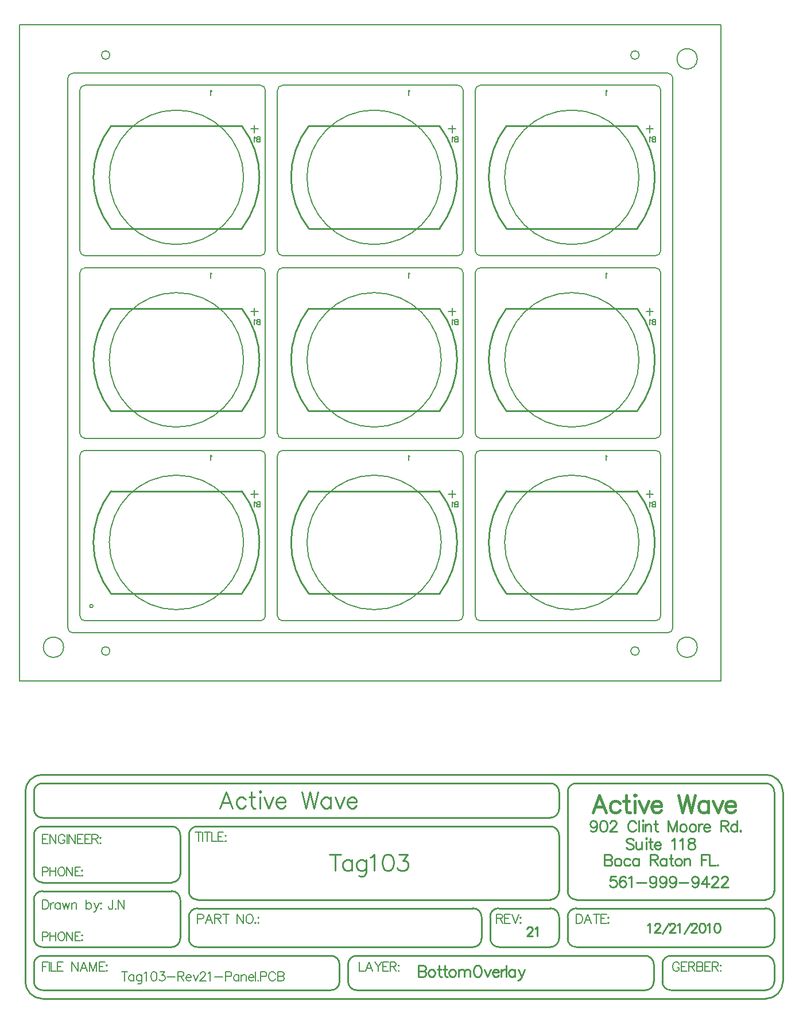
<source format=gbo>
%FSLAX24Y24*%
%MOIN*%
G70*
G01*
G75*
G04 Layer_Color=16777215*
%ADD10C,0.0500*%
%ADD11C,0.0100*%
%ADD12C,0.0150*%
%ADD13R,0.0300X0.0300*%
%ADD14R,0.0740X0.0450*%
%ADD15R,0.0300X0.0300*%
%ADD16O,0.0240X0.0800*%
%ADD17R,0.0360X0.0500*%
%ADD18R,0.0360X0.0360*%
%ADD19R,0.0236X0.1000*%
%ADD20R,0.0236X0.0900*%
%ADD21R,0.0700X0.0236*%
%ADD22R,0.0900X0.0236*%
%ADD23O,0.0160X0.0600*%
%ADD24R,0.0138X0.0354*%
%ADD25R,0.0138X0.0354*%
%ADD26R,0.0236X0.0236*%
%ADD27O,0.0160X0.0600*%
%ADD28R,0.0200X0.0500*%
%ADD29R,0.0748X0.0433*%
%ADD30C,0.0120*%
%ADD31C,0.0080*%
%ADD32C,0.0250*%
%ADD33C,0.0200*%
%ADD34C,0.0120*%
%ADD35C,0.0160*%
%ADD36C,0.0140*%
%ADD37C,0.0260*%
%ADD38C,0.0060*%
%ADD39C,0.0050*%
%ADD40C,0.0090*%
%ADD41C,0.1180*%
%ADD42C,0.0700*%
%ADD43R,0.0500X0.0500*%
%ADD44R,0.0394X0.0433*%
%ADD45C,0.0650*%
%ADD46C,0.0394*%
%ADD47C,0.0200*%
%ADD48R,0.1398X0.1398*%
%ADD49C,0.0300*%
%ADD50R,0.0650X0.0650*%
%ADD51C,0.0098*%
D11*
X19000Y-20860D02*
Y-21500D01*
Y-20860D02*
X19274D01*
X19366Y-20891D01*
X19396Y-20921D01*
X19427Y-20982D01*
Y-21043D01*
X19396Y-21104D01*
X19366Y-21134D01*
X19274Y-21165D01*
X19000D02*
X19274D01*
X19366Y-21195D01*
X19396Y-21226D01*
X19427Y-21287D01*
Y-21378D01*
X19396Y-21439D01*
X19366Y-21470D01*
X19274Y-21500D01*
X19000D01*
X19722Y-21073D02*
X19661Y-21104D01*
X19600Y-21165D01*
X19570Y-21256D01*
Y-21317D01*
X19600Y-21409D01*
X19661Y-21470D01*
X19722Y-21500D01*
X19814D01*
X19874Y-21470D01*
X19935Y-21409D01*
X19966Y-21317D01*
Y-21256D01*
X19935Y-21165D01*
X19874Y-21104D01*
X19814Y-21073D01*
X19722D01*
X20197Y-20860D02*
Y-21378D01*
X20228Y-21470D01*
X20289Y-21500D01*
X20350D01*
X20106Y-21073D02*
X20319D01*
X20533Y-20860D02*
Y-21378D01*
X20563Y-21470D01*
X20624Y-21500D01*
X20685D01*
X20441Y-21073D02*
X20654D01*
X20929D02*
X20868Y-21104D01*
X20807Y-21165D01*
X20776Y-21256D01*
Y-21317D01*
X20807Y-21409D01*
X20868Y-21470D01*
X20929Y-21500D01*
X21020D01*
X21081Y-21470D01*
X21142Y-21409D01*
X21172Y-21317D01*
Y-21256D01*
X21142Y-21165D01*
X21081Y-21104D01*
X21020Y-21073D01*
X20929D01*
X21313D02*
Y-21500D01*
Y-21195D02*
X21404Y-21104D01*
X21465Y-21073D01*
X21556D01*
X21617Y-21104D01*
X21648Y-21195D01*
Y-21500D01*
Y-21195D02*
X21739Y-21104D01*
X21800Y-21073D01*
X21892D01*
X21953Y-21104D01*
X21983Y-21195D01*
Y-21500D01*
X22367Y-20860D02*
X22306Y-20891D01*
X22245Y-20952D01*
X22215Y-21012D01*
X22184Y-21104D01*
Y-21256D01*
X22215Y-21348D01*
X22245Y-21409D01*
X22306Y-21470D01*
X22367Y-21500D01*
X22489D01*
X22550Y-21470D01*
X22611Y-21409D01*
X22641Y-21348D01*
X22672Y-21256D01*
Y-21104D01*
X22641Y-21012D01*
X22611Y-20952D01*
X22550Y-20891D01*
X22489Y-20860D01*
X22367D01*
X22821Y-21073D02*
X23004Y-21500D01*
X23187Y-21073D02*
X23004Y-21500D01*
X23290Y-21256D02*
X23656D01*
Y-21195D01*
X23625Y-21134D01*
X23595Y-21104D01*
X23534Y-21073D01*
X23442D01*
X23382Y-21104D01*
X23321Y-21165D01*
X23290Y-21256D01*
Y-21317D01*
X23321Y-21409D01*
X23382Y-21470D01*
X23442Y-21500D01*
X23534D01*
X23595Y-21470D01*
X23656Y-21409D01*
X23793Y-21073D02*
Y-21500D01*
Y-21256D02*
X23823Y-21165D01*
X23884Y-21104D01*
X23945Y-21073D01*
X24037D01*
X24095Y-20860D02*
Y-21500D01*
X24594Y-21073D02*
Y-21500D01*
Y-21165D02*
X24533Y-21104D01*
X24472Y-21073D01*
X24381D01*
X24320Y-21104D01*
X24259Y-21165D01*
X24229Y-21256D01*
Y-21317D01*
X24259Y-21409D01*
X24320Y-21470D01*
X24381Y-21500D01*
X24472D01*
X24533Y-21470D01*
X24594Y-21409D01*
X24795Y-21073D02*
X24978Y-21500D01*
X25161Y-21073D02*
X24978Y-21500D01*
X24917Y-21622D01*
X24856Y-21683D01*
X24795Y-21713D01*
X24765D01*
X14409Y-20782D02*
G03*
X13909Y-20282I-500J0D01*
G01*
X13921Y-22282D02*
G03*
X14409Y-21785I8J480D01*
G01*
X15409Y-20282D02*
G03*
X14909Y-20782I0J-500D01*
G01*
Y-21782D02*
G03*
X15400Y-22282I500J0D01*
G01*
X32659Y-20782D02*
G03*
X32159Y-20282I-500J0D01*
G01*
X32171Y-22282D02*
G03*
X32659Y-21785I8J480D01*
G01*
X33159Y-21792D02*
G03*
X33658Y-22282I490J0D01*
G01*
X33659Y-20282D02*
G03*
X33159Y-20782I0J-500D01*
G01*
X5159Y-13272D02*
G03*
X4669Y-12782I-490J0D01*
G01*
X4679Y-16032D02*
G03*
X5159Y-15552I0J480D01*
G01*
Y-17022D02*
G03*
X4652Y-16532I-490J0D01*
G01*
X5659Y-16542D02*
G03*
X6149Y-17032I490J0D01*
G01*
X5659Y-19292D02*
G03*
X6149Y-19782I490J0D01*
G01*
X4669D02*
G03*
X5159Y-19292I0J490D01*
G01*
X22659Y-18022D02*
G03*
X22169Y-17532I-490J0D01*
G01*
Y-19782D02*
G03*
X22659Y-19283I0J490D01*
G01*
X23159Y-19272D02*
G03*
X23660Y-19782I510J0D01*
G01*
X23639Y-17532D02*
G03*
X23160Y-18037I0J-480D01*
G01*
X6159Y-17532D02*
G03*
X5659Y-18032I0J-500D01*
G01*
X6159Y-12782D02*
G03*
X5659Y-13282I0J-500D01*
G01*
X-3341Y-19282D02*
G03*
X-2850Y-19782I500J0D01*
G01*
X-2841Y-16532D02*
G03*
X-3341Y-17032I0J-500D01*
G01*
Y-15532D02*
G03*
X-2841Y-16032I500J0D01*
G01*
Y-12782D02*
G03*
X-3341Y-13282I0J-500D01*
G01*
Y-11782D02*
G03*
X-2841Y-12282I500J0D01*
G01*
Y-10282D02*
G03*
X-3341Y-10782I0J-500D01*
G01*
X27159D02*
G03*
X26659Y-10282I-500J0D01*
G01*
X28159D02*
G03*
X27659Y-10782I0J-500D01*
G01*
X26659Y-12282D02*
G03*
X27159Y-11782I0J500D01*
G01*
Y-13282D02*
G03*
X26659Y-12782I-500J0D01*
G01*
X-2841Y-20282D02*
G03*
X-3341Y-20782I0J-500D01*
G01*
X26668Y-17032D02*
G03*
X27159Y-16532I-9J500D01*
G01*
X-3341Y-21782D02*
G03*
X-2850Y-22282I500J0D01*
G01*
X27159Y-18022D02*
G03*
X26669Y-17532I-490J0D01*
G01*
X27659Y-19292D02*
G03*
X28158Y-19782I490J0D01*
G01*
X26659Y-19782D02*
G03*
X27159Y-19282I0J500D01*
G01*
X39159Y-22282D02*
G03*
X39659Y-21782I0J500D01*
G01*
X39659Y-20773D02*
G03*
X39159Y-20282I-500J-9D01*
G01*
Y-19782D02*
G03*
X39659Y-19282I0J500D01*
G01*
Y-10772D02*
G03*
X39152Y-10282I-490J0D01*
G01*
X40159Y-10782D02*
G03*
X39159Y-9782I-1000J0D01*
G01*
Y-22782D02*
G03*
X40159Y-21782I0J1000D01*
G01*
X-3841Y-21772D02*
G03*
X-2848Y-22782I1010J0D01*
G01*
X-2841Y-9782D02*
G03*
X-3841Y-10782I0J-1000D01*
G01*
X27659Y-16532D02*
G03*
X28159Y-17032I500J0D01*
G01*
X39159D02*
G03*
X39659Y-16532I0J500D01*
G01*
X28159Y-17532D02*
G03*
X27659Y-18032I0J-500D01*
G01*
X39659Y-18022D02*
G03*
X39169Y-17532I-490J0D01*
G01*
X15409Y-22282D02*
X32159D01*
X-2841D02*
X13909D01*
X-2841Y-20282D02*
X13909D01*
X15409D02*
X32159D01*
X33659Y-22282D02*
X39159D01*
X33659Y-20282D02*
X39159D01*
X-2841Y-10282D02*
X26659D01*
X-2841Y-22782D02*
X39159D01*
X-2841Y-9782D02*
X39159D01*
X-2841Y-19782D02*
X4659D01*
X-2841Y-16532D02*
X4659D01*
X-2841Y-16032D02*
X4659D01*
X-2841Y-12782D02*
X4659D01*
X-2841Y-12282D02*
X26659D01*
X6159Y-12782D02*
X26659D01*
X6159Y-17532D02*
X22159D01*
X6159Y-19782D02*
X22159D01*
X23659D02*
X26659D01*
X23659Y-17532D02*
X26659D01*
X28159Y-19782D02*
X39159D01*
X28159Y-10282D02*
X39159D01*
X6159Y-17032D02*
X26659D01*
X28159D02*
X39159D01*
X28159Y-17532D02*
X39159D01*
X14409Y-21782D02*
Y-20782D01*
X14909Y-21782D02*
Y-20782D01*
X32659Y-21782D02*
Y-20782D01*
X33159Y-21782D02*
Y-20782D01*
X40159Y-21782D02*
Y-10782D01*
X-3341Y-19282D02*
Y-17032D01*
X5159Y-19282D02*
Y-17032D01*
X-3341Y-15532D02*
Y-13282D01*
X5159Y-15532D02*
Y-13282D01*
X-3341Y-11782D02*
Y-10782D01*
X27159Y-11782D02*
Y-10782D01*
Y-16532D02*
Y-13282D01*
X5659Y-16532D02*
Y-13282D01*
X22659Y-19282D02*
Y-18032D01*
X5659Y-19282D02*
Y-18032D01*
X23159Y-19282D02*
Y-18032D01*
X27159Y-19282D02*
Y-18032D01*
X39659Y-21782D02*
Y-20782D01*
X-3341Y-21782D02*
Y-20782D01*
X-3841Y-21782D02*
Y-10782D01*
X27659Y-16532D02*
Y-10782D01*
X39659Y-16532D02*
Y-10782D01*
X27659Y-19282D02*
Y-18032D01*
X39659Y-19282D02*
Y-18022D01*
X29810Y-14420D02*
Y-15060D01*
Y-14420D02*
X30084D01*
X30176Y-14451D01*
X30206Y-14481D01*
X30237Y-14542D01*
Y-14603D01*
X30206Y-14664D01*
X30176Y-14694D01*
X30084Y-14725D01*
X29810D02*
X30084D01*
X30176Y-14755D01*
X30206Y-14786D01*
X30237Y-14847D01*
Y-14938D01*
X30206Y-14999D01*
X30176Y-15030D01*
X30084Y-15060D01*
X29810D01*
X30532Y-14633D02*
X30471Y-14664D01*
X30410Y-14725D01*
X30380Y-14816D01*
Y-14877D01*
X30410Y-14969D01*
X30471Y-15030D01*
X30532Y-15060D01*
X30624D01*
X30684Y-15030D01*
X30745Y-14969D01*
X30776Y-14877D01*
Y-14816D01*
X30745Y-14725D01*
X30684Y-14664D01*
X30624Y-14633D01*
X30532D01*
X31282Y-14725D02*
X31221Y-14664D01*
X31160Y-14633D01*
X31068D01*
X31007Y-14664D01*
X30947Y-14725D01*
X30916Y-14816D01*
Y-14877D01*
X30947Y-14969D01*
X31007Y-15030D01*
X31068Y-15060D01*
X31160D01*
X31221Y-15030D01*
X31282Y-14969D01*
X31784Y-14633D02*
Y-15060D01*
Y-14725D02*
X31723Y-14664D01*
X31663Y-14633D01*
X31571D01*
X31510Y-14664D01*
X31449Y-14725D01*
X31419Y-14816D01*
Y-14877D01*
X31449Y-14969D01*
X31510Y-15030D01*
X31571Y-15060D01*
X31663D01*
X31723Y-15030D01*
X31784Y-14969D01*
X32458Y-14420D02*
Y-15060D01*
Y-14420D02*
X32732D01*
X32823Y-14451D01*
X32854Y-14481D01*
X32884Y-14542D01*
Y-14603D01*
X32854Y-14664D01*
X32823Y-14694D01*
X32732Y-14725D01*
X32458D01*
X32671D02*
X32884Y-15060D01*
X33393Y-14633D02*
Y-15060D01*
Y-14725D02*
X33332Y-14664D01*
X33271Y-14633D01*
X33180D01*
X33119Y-14664D01*
X33058Y-14725D01*
X33028Y-14816D01*
Y-14877D01*
X33058Y-14969D01*
X33119Y-15030D01*
X33180Y-15060D01*
X33271D01*
X33332Y-15030D01*
X33393Y-14969D01*
X33655Y-14420D02*
Y-14938D01*
X33686Y-15030D01*
X33747Y-15060D01*
X33808D01*
X33564Y-14633D02*
X33777D01*
X34051D02*
X33990Y-14664D01*
X33930Y-14725D01*
X33899Y-14816D01*
Y-14877D01*
X33930Y-14969D01*
X33990Y-15030D01*
X34051Y-15060D01*
X34143D01*
X34204Y-15030D01*
X34265Y-14969D01*
X34295Y-14877D01*
Y-14816D01*
X34265Y-14725D01*
X34204Y-14664D01*
X34143Y-14633D01*
X34051D01*
X34435D02*
Y-15060D01*
Y-14755D02*
X34527Y-14664D01*
X34588Y-14633D01*
X34679D01*
X34740Y-14664D01*
X34770Y-14755D01*
Y-15060D01*
X35441Y-14420D02*
Y-15060D01*
Y-14420D02*
X35837D01*
X35441Y-14725D02*
X35685D01*
X35910Y-14420D02*
Y-15060D01*
X36276D01*
X36376Y-14999D02*
X36346Y-15030D01*
X36376Y-15060D01*
X36407Y-15030D01*
X36376Y-14999D01*
X29346Y-12663D02*
X29316Y-12755D01*
X29255Y-12816D01*
X29163Y-12846D01*
X29133D01*
X29041Y-12816D01*
X28980Y-12755D01*
X28950Y-12663D01*
Y-12633D01*
X28980Y-12542D01*
X29041Y-12481D01*
X29133Y-12450D01*
X29163D01*
X29255Y-12481D01*
X29316Y-12542D01*
X29346Y-12663D01*
Y-12816D01*
X29316Y-12968D01*
X29255Y-13060D01*
X29163Y-13090D01*
X29102D01*
X29011Y-13060D01*
X28980Y-12999D01*
X29703Y-12450D02*
X29611Y-12481D01*
X29550Y-12572D01*
X29520Y-12724D01*
Y-12816D01*
X29550Y-12968D01*
X29611Y-13060D01*
X29703Y-13090D01*
X29764D01*
X29855Y-13060D01*
X29916Y-12968D01*
X29946Y-12816D01*
Y-12724D01*
X29916Y-12572D01*
X29855Y-12481D01*
X29764Y-12450D01*
X29703D01*
X30120Y-12602D02*
Y-12572D01*
X30150Y-12511D01*
X30181Y-12481D01*
X30242Y-12450D01*
X30364D01*
X30425Y-12481D01*
X30455Y-12511D01*
X30486Y-12572D01*
Y-12633D01*
X30455Y-12694D01*
X30394Y-12785D01*
X30090Y-13090D01*
X30516D01*
X31619Y-12602D02*
X31589Y-12542D01*
X31528Y-12481D01*
X31467Y-12450D01*
X31345D01*
X31284Y-12481D01*
X31223Y-12542D01*
X31193Y-12602D01*
X31162Y-12694D01*
Y-12846D01*
X31193Y-12938D01*
X31223Y-12999D01*
X31284Y-13060D01*
X31345Y-13090D01*
X31467D01*
X31528Y-13060D01*
X31589Y-12999D01*
X31619Y-12938D01*
X31799Y-12450D02*
Y-13090D01*
X31994Y-12450D02*
X32024Y-12481D01*
X32055Y-12450D01*
X32024Y-12420D01*
X31994Y-12450D01*
X32024Y-12663D02*
Y-13090D01*
X32168Y-12663D02*
Y-13090D01*
Y-12785D02*
X32259Y-12694D01*
X32320Y-12663D01*
X32411D01*
X32472Y-12694D01*
X32503Y-12785D01*
Y-13090D01*
X32762Y-12450D02*
Y-12968D01*
X32792Y-13060D01*
X32853Y-13090D01*
X32914D01*
X32670Y-12663D02*
X32884D01*
X33508Y-12450D02*
Y-13090D01*
Y-12450D02*
X33752Y-13090D01*
X33996Y-12450D02*
X33752Y-13090D01*
X33996Y-12450D02*
Y-13090D01*
X34331Y-12663D02*
X34270Y-12694D01*
X34209Y-12755D01*
X34179Y-12846D01*
Y-12907D01*
X34209Y-12999D01*
X34270Y-13060D01*
X34331Y-13090D01*
X34422D01*
X34483Y-13060D01*
X34544Y-12999D01*
X34575Y-12907D01*
Y-12846D01*
X34544Y-12755D01*
X34483Y-12694D01*
X34422Y-12663D01*
X34331D01*
X34867D02*
X34806Y-12694D01*
X34745Y-12755D01*
X34715Y-12846D01*
Y-12907D01*
X34745Y-12999D01*
X34806Y-13060D01*
X34867Y-13090D01*
X34959D01*
X35020Y-13060D01*
X35080Y-12999D01*
X35111Y-12907D01*
Y-12846D01*
X35080Y-12755D01*
X35020Y-12694D01*
X34959Y-12663D01*
X34867D01*
X35251D02*
Y-13090D01*
Y-12846D02*
X35282Y-12755D01*
X35343Y-12694D01*
X35403Y-12663D01*
X35495D01*
X35553Y-12846D02*
X35918D01*
Y-12785D01*
X35888Y-12724D01*
X35857Y-12694D01*
X35797Y-12663D01*
X35705D01*
X35644Y-12694D01*
X35583Y-12755D01*
X35553Y-12846D01*
Y-12907D01*
X35583Y-12999D01*
X35644Y-13060D01*
X35705Y-13090D01*
X35797D01*
X35857Y-13060D01*
X35918Y-12999D01*
X36558Y-12450D02*
Y-13090D01*
Y-12450D02*
X36832D01*
X36924Y-12481D01*
X36954Y-12511D01*
X36985Y-12572D01*
Y-12633D01*
X36954Y-12694D01*
X36924Y-12724D01*
X36832Y-12755D01*
X36558D01*
X36772D02*
X36985Y-13090D01*
X37494Y-12450D02*
Y-13090D01*
Y-12755D02*
X37433Y-12694D01*
X37372Y-12663D01*
X37280D01*
X37219Y-12694D01*
X37159Y-12755D01*
X37128Y-12846D01*
Y-12907D01*
X37159Y-12999D01*
X37219Y-13060D01*
X37280Y-13090D01*
X37372D01*
X37433Y-13060D01*
X37494Y-12999D01*
X37695Y-13029D02*
X37664Y-13060D01*
X37695Y-13090D01*
X37725Y-13060D01*
X37695Y-13029D01*
X30466Y-15670D02*
X30161D01*
X30130Y-15944D01*
X30161Y-15914D01*
X30252Y-15883D01*
X30344D01*
X30435Y-15914D01*
X30496Y-15975D01*
X30527Y-16066D01*
Y-16127D01*
X30496Y-16219D01*
X30435Y-16280D01*
X30344Y-16310D01*
X30252D01*
X30161Y-16280D01*
X30130Y-16249D01*
X30100Y-16188D01*
X31035Y-15762D02*
X31005Y-15701D01*
X30914Y-15670D01*
X30853D01*
X30761Y-15701D01*
X30700Y-15792D01*
X30670Y-15944D01*
Y-16097D01*
X30700Y-16219D01*
X30761Y-16280D01*
X30853Y-16310D01*
X30883D01*
X30974Y-16280D01*
X31035Y-16219D01*
X31066Y-16127D01*
Y-16097D01*
X31035Y-16005D01*
X30974Y-15944D01*
X30883Y-15914D01*
X30853D01*
X30761Y-15944D01*
X30700Y-16005D01*
X30670Y-16097D01*
X31206Y-15792D02*
X31267Y-15762D01*
X31358Y-15670D01*
Y-16310D01*
X31675Y-16036D02*
X32224D01*
X32809Y-15883D02*
X32778Y-15975D01*
X32717Y-16036D01*
X32626Y-16066D01*
X32595D01*
X32504Y-16036D01*
X32443Y-15975D01*
X32413Y-15883D01*
Y-15853D01*
X32443Y-15762D01*
X32504Y-15701D01*
X32595Y-15670D01*
X32626D01*
X32717Y-15701D01*
X32778Y-15762D01*
X32809Y-15883D01*
Y-16036D01*
X32778Y-16188D01*
X32717Y-16280D01*
X32626Y-16310D01*
X32565D01*
X32474Y-16280D01*
X32443Y-16219D01*
X33379Y-15883D02*
X33348Y-15975D01*
X33287Y-16036D01*
X33196Y-16066D01*
X33165D01*
X33074Y-16036D01*
X33013Y-15975D01*
X32982Y-15883D01*
Y-15853D01*
X33013Y-15762D01*
X33074Y-15701D01*
X33165Y-15670D01*
X33196D01*
X33287Y-15701D01*
X33348Y-15762D01*
X33379Y-15883D01*
Y-16036D01*
X33348Y-16188D01*
X33287Y-16280D01*
X33196Y-16310D01*
X33135D01*
X33043Y-16280D01*
X33013Y-16219D01*
X33948Y-15883D02*
X33918Y-15975D01*
X33857Y-16036D01*
X33765Y-16066D01*
X33735D01*
X33644Y-16036D01*
X33583Y-15975D01*
X33552Y-15883D01*
Y-15853D01*
X33583Y-15762D01*
X33644Y-15701D01*
X33735Y-15670D01*
X33765D01*
X33857Y-15701D01*
X33918Y-15762D01*
X33948Y-15883D01*
Y-16036D01*
X33918Y-16188D01*
X33857Y-16280D01*
X33765Y-16310D01*
X33705D01*
X33613Y-16280D01*
X33583Y-16219D01*
X34122Y-16036D02*
X34670D01*
X35255Y-15883D02*
X35225Y-15975D01*
X35164Y-16036D01*
X35073Y-16066D01*
X35042D01*
X34951Y-16036D01*
X34890Y-15975D01*
X34859Y-15883D01*
Y-15853D01*
X34890Y-15762D01*
X34951Y-15701D01*
X35042Y-15670D01*
X35073D01*
X35164Y-15701D01*
X35225Y-15762D01*
X35255Y-15883D01*
Y-16036D01*
X35225Y-16188D01*
X35164Y-16280D01*
X35073Y-16310D01*
X35012D01*
X34920Y-16280D01*
X34890Y-16219D01*
X35734Y-15670D02*
X35429Y-16097D01*
X35886D01*
X35734Y-15670D02*
Y-16310D01*
X36029Y-15822D02*
Y-15792D01*
X36060Y-15731D01*
X36090Y-15701D01*
X36151Y-15670D01*
X36273D01*
X36334Y-15701D01*
X36365Y-15731D01*
X36395Y-15792D01*
Y-15853D01*
X36365Y-15914D01*
X36304Y-16005D01*
X35999Y-16310D01*
X36425D01*
X36599Y-15822D02*
Y-15792D01*
X36630Y-15731D01*
X36660Y-15701D01*
X36721Y-15670D01*
X36843D01*
X36904Y-15701D01*
X36934Y-15731D01*
X36965Y-15792D01*
Y-15853D01*
X36934Y-15914D01*
X36873Y-16005D01*
X36569Y-16310D01*
X36995D01*
X31487Y-13572D02*
X31426Y-13511D01*
X31334Y-13480D01*
X31212D01*
X31121Y-13511D01*
X31060Y-13572D01*
Y-13632D01*
X31090Y-13693D01*
X31121Y-13724D01*
X31182Y-13754D01*
X31365Y-13815D01*
X31426Y-13846D01*
X31456Y-13876D01*
X31487Y-13937D01*
Y-14029D01*
X31426Y-14090D01*
X31334Y-14120D01*
X31212D01*
X31121Y-14090D01*
X31060Y-14029D01*
X31630Y-13693D02*
Y-13998D01*
X31660Y-14090D01*
X31721Y-14120D01*
X31813D01*
X31874Y-14090D01*
X31965Y-13998D01*
Y-13693D02*
Y-14120D01*
X32193Y-13480D02*
X32224Y-13511D01*
X32254Y-13480D01*
X32224Y-13450D01*
X32193Y-13480D01*
X32224Y-13693D02*
Y-14120D01*
X32459Y-13480D02*
Y-13998D01*
X32489Y-14090D01*
X32550Y-14120D01*
X32611D01*
X32367Y-13693D02*
X32580D01*
X32702Y-13876D02*
X33068D01*
Y-13815D01*
X33037Y-13754D01*
X33007Y-13724D01*
X32946Y-13693D01*
X32855D01*
X32794Y-13724D01*
X32733Y-13785D01*
X32702Y-13876D01*
Y-13937D01*
X32733Y-14029D01*
X32794Y-14090D01*
X32855Y-14120D01*
X32946D01*
X33007Y-14090D01*
X33068Y-14029D01*
X33708Y-13602D02*
X33769Y-13572D01*
X33860Y-13480D01*
Y-14120D01*
X34177Y-13602D02*
X34238Y-13572D01*
X34329Y-13480D01*
Y-14120D01*
X34799Y-13480D02*
X34707Y-13511D01*
X34677Y-13572D01*
Y-13632D01*
X34707Y-13693D01*
X34768Y-13724D01*
X34890Y-13754D01*
X34981Y-13785D01*
X35042Y-13846D01*
X35073Y-13907D01*
Y-13998D01*
X35042Y-14059D01*
X35012Y-14090D01*
X34920Y-14120D01*
X34799D01*
X34707Y-14090D01*
X34677Y-14059D01*
X34646Y-13998D01*
Y-13907D01*
X34677Y-13846D01*
X34738Y-13785D01*
X34829Y-13754D01*
X34951Y-13724D01*
X35012Y-13693D01*
X35042Y-13632D01*
Y-13572D01*
X35012Y-13511D01*
X34920Y-13480D01*
X34799D01*
D12*
X29892Y-11980D02*
X29511Y-10980D01*
X29130Y-11980D01*
X29273Y-11647D02*
X29749D01*
X30696Y-11456D02*
X30601Y-11361D01*
X30506Y-11313D01*
X30363D01*
X30268Y-11361D01*
X30173Y-11456D01*
X30125Y-11599D01*
Y-11694D01*
X30173Y-11837D01*
X30268Y-11932D01*
X30363Y-11980D01*
X30506D01*
X30601Y-11932D01*
X30696Y-11837D01*
X31053Y-10980D02*
Y-11790D01*
X31101Y-11932D01*
X31196Y-11980D01*
X31291D01*
X30911Y-11313D02*
X31244D01*
X31529Y-10980D02*
X31577Y-11028D01*
X31625Y-10980D01*
X31577Y-10933D01*
X31529Y-10980D01*
X31577Y-11313D02*
Y-11980D01*
X31801Y-11313D02*
X32087Y-11980D01*
X32372Y-11313D02*
X32087Y-11980D01*
X32534Y-11599D02*
X33105D01*
Y-11504D01*
X33058Y-11409D01*
X33010Y-11361D01*
X32915Y-11313D01*
X32772D01*
X32677Y-11361D01*
X32582Y-11456D01*
X32534Y-11599D01*
Y-11694D01*
X32582Y-11837D01*
X32677Y-11932D01*
X32772Y-11980D01*
X32915D01*
X33010Y-11932D01*
X33105Y-11837D01*
X34105Y-10980D02*
X34343Y-11980D01*
X34581Y-10980D02*
X34343Y-11980D01*
X34581Y-10980D02*
X34819Y-11980D01*
X35057Y-10980D02*
X34819Y-11980D01*
X35829Y-11313D02*
Y-11980D01*
Y-11456D02*
X35733Y-11361D01*
X35638Y-11313D01*
X35495D01*
X35400Y-11361D01*
X35305Y-11456D01*
X35257Y-11599D01*
Y-11694D01*
X35305Y-11837D01*
X35400Y-11932D01*
X35495Y-11980D01*
X35638D01*
X35733Y-11932D01*
X35829Y-11837D01*
X36095Y-11313D02*
X36381Y-11980D01*
X36666Y-11313D02*
X36381Y-11980D01*
X36828Y-11599D02*
X37400D01*
Y-11504D01*
X37352Y-11409D01*
X37304Y-11361D01*
X37209Y-11313D01*
X37066D01*
X36971Y-11361D01*
X36876Y-11456D01*
X36828Y-11599D01*
Y-11694D01*
X36876Y-11837D01*
X36971Y-11932D01*
X37066Y-11980D01*
X37209D01*
X37304Y-11932D01*
X37400Y-11837D01*
D31*
X9466Y6708D02*
Y6280D01*
X9680Y6494D02*
X9252D01*
X20946Y6708D02*
Y6280D01*
X21160Y6494D02*
X20732D01*
X32426Y6708D02*
Y6280D01*
X32640Y6494D02*
X32212D01*
X9466Y17298D02*
Y16870D01*
X9680Y17084D02*
X9252D01*
X20946Y17298D02*
Y16870D01*
X21160Y17084D02*
X20732D01*
X32426Y17298D02*
Y16870D01*
X32640Y17084D02*
X32212D01*
X9466Y27888D02*
Y27460D01*
X9680Y27674D02*
X9252D01*
X20946Y27888D02*
Y27460D01*
X21160Y27674D02*
X20732D01*
X32426Y27888D02*
Y27460D01*
X32640Y27674D02*
X32212D01*
X-370Y9030D02*
G03*
X-670Y8730I0J-300D01*
G01*
X10110D02*
G03*
X9810Y9030I-300J0D01*
G01*
Y-860D02*
G03*
X10110Y-560I0J300D01*
G01*
X-670D02*
G03*
X-370Y-860I300J0D01*
G01*
X-670Y-560D02*
Y8730D01*
X-370Y9030D02*
X9810D01*
X10110Y-560D02*
Y8730D01*
X-370Y-860D02*
X9810D01*
X11110Y9030D02*
G03*
X10810Y8730I0J-300D01*
G01*
X21590D02*
G03*
X21290Y9030I-300J0D01*
G01*
Y-860D02*
G03*
X21590Y-560I0J300D01*
G01*
X10810D02*
G03*
X11110Y-860I300J0D01*
G01*
X10810Y-560D02*
Y8730D01*
X11110Y9030D02*
X21290D01*
X21590Y-560D02*
Y8730D01*
X11110Y-860D02*
X21290D01*
X22590Y9030D02*
G03*
X22290Y8730I0J-300D01*
G01*
X33070D02*
G03*
X32770Y9030I-300J0D01*
G01*
Y-860D02*
G03*
X33070Y-560I0J300D01*
G01*
X22290D02*
G03*
X22590Y-860I300J0D01*
G01*
X22290Y-560D02*
Y8730D01*
X22590Y9030D02*
X32770D01*
X33070Y-560D02*
Y8730D01*
X22590Y-860D02*
X32770D01*
X-370Y19620D02*
G03*
X-670Y19320I0J-300D01*
G01*
X10110D02*
G03*
X9810Y19620I-300J0D01*
G01*
Y9730D02*
G03*
X10110Y10030I0J300D01*
G01*
X-670D02*
G03*
X-370Y9730I300J0D01*
G01*
X-670Y10030D02*
Y19320D01*
X-370Y19620D02*
X9810D01*
X10110Y10030D02*
Y19320D01*
X-370Y9730D02*
X9810D01*
X11110Y19620D02*
G03*
X10810Y19320I0J-300D01*
G01*
X21590D02*
G03*
X21290Y19620I-300J0D01*
G01*
Y9730D02*
G03*
X21590Y10030I0J300D01*
G01*
X10810D02*
G03*
X11110Y9730I300J0D01*
G01*
X10810Y10030D02*
Y19320D01*
X11110Y19620D02*
X21290D01*
X21590Y10030D02*
Y19320D01*
X11110Y9730D02*
X21290D01*
X22590Y19620D02*
G03*
X22290Y19320I0J-300D01*
G01*
X33070D02*
G03*
X32770Y19620I-300J0D01*
G01*
Y9730D02*
G03*
X33070Y10030I0J300D01*
G01*
X22290D02*
G03*
X22590Y9730I300J0D01*
G01*
X22290Y10030D02*
Y19320D01*
X22590Y19620D02*
X32770D01*
X33070Y10030D02*
Y19320D01*
X22590Y9730D02*
X32770D01*
X-370Y30210D02*
G03*
X-670Y29910I0J-300D01*
G01*
X10110D02*
G03*
X9810Y30210I-300J0D01*
G01*
Y20320D02*
G03*
X10110Y20620I0J300D01*
G01*
X-670D02*
G03*
X-370Y20320I300J0D01*
G01*
X-670Y20620D02*
Y29910D01*
X-370Y30210D02*
X9810D01*
X10110Y20620D02*
Y29910D01*
X-370Y20320D02*
X9810D01*
X11110Y30210D02*
G03*
X10810Y29910I0J-300D01*
G01*
X21590D02*
G03*
X21290Y30210I-300J0D01*
G01*
Y20320D02*
G03*
X21590Y20620I0J300D01*
G01*
X10810D02*
G03*
X11110Y20320I300J0D01*
G01*
X10810Y20620D02*
Y29910D01*
X11110Y30210D02*
X21290D01*
X21590Y20620D02*
Y29910D01*
X11110Y20320D02*
X21290D01*
X22590Y30210D02*
G03*
X22290Y29910I0J-300D01*
G01*
X33070D02*
G03*
X32770Y30210I-300J0D01*
G01*
Y20320D02*
G03*
X33070Y20620I0J300D01*
G01*
X22290D02*
G03*
X22590Y20320I300J0D01*
G01*
X22290Y20620D02*
Y29910D01*
X22590Y30210D02*
X32770D01*
X33070Y20620D02*
Y29910D01*
X22590Y20320D02*
X32770D01*
X1243Y-17059D02*
Y-17465D01*
X1217Y-17542D01*
X1192Y-17567D01*
X1141Y-17592D01*
X1090D01*
X1040Y-17567D01*
X1014Y-17542D01*
X989Y-17465D01*
Y-17415D01*
X1405Y-17542D02*
X1380Y-17567D01*
X1405Y-17592D01*
X1431Y-17567D01*
X1405Y-17542D01*
X1547Y-17059D02*
Y-17592D01*
Y-17059D02*
X1903Y-17592D01*
Y-17059D02*
Y-17592D01*
D38*
X9810Y6040D02*
Y5740D01*
Y6040D02*
X9681D01*
X9639Y6026D01*
X9624Y6011D01*
X9610Y5983D01*
Y5954D01*
X9624Y5926D01*
X9639Y5911D01*
X9681Y5897D01*
X9810D02*
X9681D01*
X9639Y5883D01*
X9624Y5869D01*
X9610Y5840D01*
Y5797D01*
X9624Y5769D01*
X9639Y5754D01*
X9681Y5740D01*
X9810D01*
X9543Y5983D02*
X9514Y5997D01*
X9471Y6040D01*
Y5740D01*
X7010Y8683D02*
X6981Y8697D01*
X6939Y8740D01*
Y8440D01*
X21290Y6040D02*
Y5740D01*
Y6040D02*
X21161D01*
X21119Y6026D01*
X21104Y6011D01*
X21090Y5983D01*
Y5954D01*
X21104Y5926D01*
X21119Y5911D01*
X21161Y5897D01*
X21290D02*
X21161D01*
X21119Y5883D01*
X21104Y5869D01*
X21090Y5840D01*
Y5797D01*
X21104Y5769D01*
X21119Y5754D01*
X21161Y5740D01*
X21290D01*
X21023Y5983D02*
X20994Y5997D01*
X20951Y6040D01*
Y5740D01*
X18490Y8683D02*
X18461Y8697D01*
X18419Y8740D01*
Y8440D01*
X32770Y6040D02*
Y5740D01*
Y6040D02*
X32641D01*
X32599Y6026D01*
X32584Y6011D01*
X32570Y5983D01*
Y5954D01*
X32584Y5926D01*
X32599Y5911D01*
X32641Y5897D01*
X32770D02*
X32641D01*
X32599Y5883D01*
X32584Y5869D01*
X32570Y5840D01*
Y5797D01*
X32584Y5769D01*
X32599Y5754D01*
X32641Y5740D01*
X32770D01*
X32503Y5983D02*
X32474Y5997D01*
X32431Y6040D01*
Y5740D01*
X29970Y8683D02*
X29941Y8697D01*
X29899Y8740D01*
Y8440D01*
X9810Y16630D02*
Y16330D01*
Y16630D02*
X9681D01*
X9639Y16616D01*
X9624Y16601D01*
X9610Y16573D01*
Y16544D01*
X9624Y16516D01*
X9639Y16501D01*
X9681Y16487D01*
X9810D02*
X9681D01*
X9639Y16473D01*
X9624Y16459D01*
X9610Y16430D01*
Y16387D01*
X9624Y16359D01*
X9639Y16344D01*
X9681Y16330D01*
X9810D01*
X9543Y16573D02*
X9514Y16587D01*
X9471Y16630D01*
Y16330D01*
X7010Y19273D02*
X6981Y19287D01*
X6939Y19330D01*
Y19030D01*
X21290Y16630D02*
Y16330D01*
Y16630D02*
X21161D01*
X21119Y16616D01*
X21104Y16601D01*
X21090Y16573D01*
Y16544D01*
X21104Y16516D01*
X21119Y16501D01*
X21161Y16487D01*
X21290D02*
X21161D01*
X21119Y16473D01*
X21104Y16459D01*
X21090Y16430D01*
Y16387D01*
X21104Y16359D01*
X21119Y16344D01*
X21161Y16330D01*
X21290D01*
X21023Y16573D02*
X20994Y16587D01*
X20951Y16630D01*
Y16330D01*
X18490Y19273D02*
X18461Y19287D01*
X18419Y19330D01*
Y19030D01*
X32770Y16630D02*
Y16330D01*
Y16630D02*
X32641D01*
X32599Y16616D01*
X32584Y16601D01*
X32570Y16573D01*
Y16544D01*
X32584Y16516D01*
X32599Y16501D01*
X32641Y16487D01*
X32770D02*
X32641D01*
X32599Y16473D01*
X32584Y16459D01*
X32570Y16430D01*
Y16387D01*
X32584Y16359D01*
X32599Y16344D01*
X32641Y16330D01*
X32770D01*
X32503Y16573D02*
X32474Y16587D01*
X32431Y16630D01*
Y16330D01*
X29970Y19273D02*
X29941Y19287D01*
X29899Y19330D01*
Y19030D01*
X9810Y27220D02*
Y26920D01*
Y27220D02*
X9681D01*
X9639Y27206D01*
X9624Y27191D01*
X9610Y27163D01*
Y27134D01*
X9624Y27106D01*
X9639Y27091D01*
X9681Y27077D01*
X9810D02*
X9681D01*
X9639Y27063D01*
X9624Y27049D01*
X9610Y27020D01*
Y26977D01*
X9624Y26949D01*
X9639Y26934D01*
X9681Y26920D01*
X9810D01*
X9543Y27163D02*
X9514Y27177D01*
X9471Y27220D01*
Y26920D01*
X7010Y29863D02*
X6981Y29877D01*
X6939Y29920D01*
Y29620D01*
X21290Y27220D02*
Y26920D01*
Y27220D02*
X21161D01*
X21119Y27206D01*
X21104Y27191D01*
X21090Y27163D01*
Y27134D01*
X21104Y27106D01*
X21119Y27091D01*
X21161Y27077D01*
X21290D02*
X21161D01*
X21119Y27063D01*
X21104Y27049D01*
X21090Y27020D01*
Y26977D01*
X21104Y26949D01*
X21119Y26934D01*
X21161Y26920D01*
X21290D01*
X21023Y27163D02*
X20994Y27177D01*
X20951Y27220D01*
Y26920D01*
X18490Y29863D02*
X18461Y29877D01*
X18419Y29920D01*
Y29620D01*
X32770Y27220D02*
Y26920D01*
Y27220D02*
X32641D01*
X32599Y27206D01*
X32584Y27191D01*
X32570Y27163D01*
Y27134D01*
X32584Y27106D01*
X32599Y27091D01*
X32641Y27077D01*
X32770D02*
X32641D01*
X32599Y27063D01*
X32584Y27049D01*
X32570Y27020D01*
Y26977D01*
X32584Y26949D01*
X32599Y26934D01*
X32641Y26920D01*
X32770D01*
X32503Y27163D02*
X32474Y27177D01*
X32431Y27220D01*
Y26920D01*
X29970Y29863D02*
X29941Y29877D01*
X29899Y29920D01*
Y29620D01*
D39*
X8840Y3690D02*
G03*
X8840Y3690I-3900J0D01*
G01*
X20320D02*
G03*
X20320Y3690I-3900J0D01*
G01*
X31800D02*
G03*
X31800Y3690I-3900J0D01*
G01*
X8840Y14280D02*
G03*
X8840Y14280I-3900J0D01*
G01*
X20320D02*
G03*
X20320Y14280I-3900J0D01*
G01*
X31800D02*
G03*
X31800Y14280I-3900J0D01*
G01*
X8840Y24870D02*
G03*
X8840Y24870I-3900J0D01*
G01*
X20320D02*
G03*
X20320Y24870I-3900J0D01*
G01*
X31800D02*
G03*
X31800Y24870I-3900J0D01*
G01*
X11110Y9030D02*
G03*
X10810Y8730I0J-300D01*
G01*
X10110D02*
G03*
X9810Y9030I-300J0D01*
G01*
Y9730D02*
G03*
X10110Y10030I0J300D01*
G01*
X10810D02*
G03*
X11110Y9730I300J0D01*
G01*
X21590Y8730D02*
G03*
X21290Y9030I-300J0D01*
G01*
X22590D02*
G03*
X22290Y8730I0J-300D01*
G01*
Y10030D02*
G03*
X22590Y9730I300J0D01*
G01*
X21290D02*
G03*
X21590Y10030I0J300D01*
G01*
X33070Y8730D02*
G03*
X32770Y9030I-300J0D01*
G01*
Y9730D02*
G03*
X33070Y10030I0J300D01*
G01*
X33470Y-1560D02*
G03*
X33770Y-1260I0J300D01*
G01*
X32770Y-860D02*
G03*
X33070Y-560I0J300D01*
G01*
X22290D02*
G03*
X22590Y-860I300J0D01*
G01*
X21290D02*
G03*
X21590Y-560I0J300D01*
G01*
X10810D02*
G03*
X11110Y-860I300J0D01*
G01*
X9810D02*
G03*
X10110Y-560I0J300D01*
G01*
X-1370Y-1260D02*
G03*
X-1070Y-1560I300J0D01*
G01*
X-670Y-560D02*
G03*
X-370Y-860I300J0D01*
G01*
Y9030D02*
G03*
X-670Y8730I0J-300D01*
G01*
Y10030D02*
G03*
X-370Y9730I300J0D01*
G01*
Y19620D02*
G03*
X-670Y19320I0J-300D01*
G01*
Y20620D02*
G03*
X-370Y20320I300J0D01*
G01*
X22590Y30210D02*
G03*
X22290Y29910I0J-300D01*
G01*
X21590D02*
G03*
X21290Y30210I-300J0D01*
G01*
X33070Y29910D02*
G03*
X32770Y30210I-300J0D01*
G01*
X33770Y30610D02*
G03*
X33470Y30910I-300J0D01*
G01*
X33070Y19320D02*
G03*
X32770Y19620I-300J0D01*
G01*
Y20320D02*
G03*
X33070Y20620I0J300D01*
G01*
X22590Y19620D02*
G03*
X22290Y19320I0J-300D01*
G01*
X21590D02*
G03*
X21290Y19620I-300J0D01*
G01*
Y20320D02*
G03*
X21590Y20620I0J300D01*
G01*
X22290D02*
G03*
X22590Y20320I300J0D01*
G01*
X10110Y19320D02*
G03*
X9810Y19620I-300J0D01*
G01*
X11110D02*
G03*
X10810Y19320I0J-300D01*
G01*
Y20620D02*
G03*
X11110Y20320I300J0D01*
G01*
X9810D02*
G03*
X10110Y20620I0J300D01*
G01*
X11110Y30210D02*
G03*
X10810Y29910I0J-300D01*
G01*
X10110D02*
G03*
X9810Y30210I-300J0D01*
G01*
X-370D02*
G03*
X-670Y29910I0J-300D01*
G01*
X-1070Y30910D02*
G03*
X-1370Y30610I0J-300D01*
G01*
X97Y0D02*
G03*
X97Y0I-97J0D01*
G01*
X31820Y-2610D02*
G03*
X31820Y-2610I-250J0D01*
G01*
X1080D02*
G03*
X1080Y-2610I-250J0D01*
G01*
X31820Y31960D02*
G03*
X31820Y31960I-250J0D01*
G01*
X1080D02*
G03*
X1080Y31960I-250J0D01*
G01*
X35190Y31740D02*
G03*
X35190Y31740I-590J0D01*
G01*
Y-2390D02*
G03*
X35190Y-2390I-590J0D01*
G01*
X-1610D02*
G03*
X-1610Y-2390I-590J0D01*
G01*
X-370Y9030D02*
X9810D01*
X-670Y-560D02*
Y8730D01*
X-370Y9730D02*
X9810D01*
X22590Y-860D02*
X32770D01*
X11110D02*
X21290D01*
X10810Y-560D02*
Y8730D01*
X11110Y9030D02*
X21290D01*
X10110Y-560D02*
Y8730D01*
X11110Y9730D02*
X21290D01*
X22590Y9030D02*
X32770D01*
X21590Y-560D02*
Y8730D01*
X22590Y9730D02*
X32770D01*
X22290Y-560D02*
Y8730D01*
X33070Y10030D02*
Y19320D01*
Y20620D02*
Y29910D01*
X22290Y10030D02*
Y19320D01*
X22590Y19620D02*
X32770D01*
X22590Y20320D02*
X32770D01*
X21590Y10030D02*
Y19320D01*
X10110Y10030D02*
Y19320D01*
X11110Y19620D02*
X21290D01*
X10810Y10030D02*
Y19320D01*
X11110Y30210D02*
X21290D01*
X22290Y20620D02*
Y29910D01*
X21590Y20620D02*
Y29910D01*
X10810Y20620D02*
Y29910D01*
X10110Y20620D02*
Y29910D01*
X-370Y19620D02*
X9810D01*
X-670Y10030D02*
Y19320D01*
X-370Y20320D02*
X9810D01*
X11110D02*
X21290D01*
X-370Y30210D02*
X9810D01*
X33770Y-1260D02*
Y30610D01*
X-1370Y-1260D02*
Y30610D01*
X-1070Y-1560D02*
X33470D01*
X-1070Y30910D02*
X33470D01*
X33070Y-560D02*
Y8730D01*
X22590Y30210D02*
X32770D01*
X-370Y-860D02*
X9810D01*
X-670Y20620D02*
Y29910D01*
X-4170Y-4360D02*
Y33710D01*
X36570D01*
Y-4360D02*
Y33710D01*
X-4170Y-4360D02*
X36570D01*
X34140Y-20776D02*
X34115Y-20725D01*
X34064Y-20674D01*
X34013Y-20649D01*
X33912D01*
X33861Y-20674D01*
X33810Y-20725D01*
X33785Y-20776D01*
X33759Y-20852D01*
Y-20979D01*
X33785Y-21055D01*
X33810Y-21106D01*
X33861Y-21156D01*
X33912Y-21182D01*
X34013D01*
X34064Y-21156D01*
X34115Y-21106D01*
X34140Y-21055D01*
Y-20979D01*
X34013D02*
X34140D01*
X34592Y-20649D02*
X34262D01*
Y-21182D01*
X34592D01*
X34262Y-20902D02*
X34465D01*
X34681Y-20649D02*
Y-21182D01*
Y-20649D02*
X34909D01*
X34986Y-20674D01*
X35011Y-20699D01*
X35036Y-20750D01*
Y-20801D01*
X35011Y-20852D01*
X34986Y-20877D01*
X34909Y-20902D01*
X34681D01*
X34859D02*
X35036Y-21182D01*
X35156Y-20649D02*
Y-21182D01*
Y-20649D02*
X35384D01*
X35460Y-20674D01*
X35486Y-20699D01*
X35511Y-20750D01*
Y-20801D01*
X35486Y-20852D01*
X35460Y-20877D01*
X35384Y-20902D01*
X35156D02*
X35384D01*
X35460Y-20928D01*
X35486Y-20953D01*
X35511Y-21004D01*
Y-21080D01*
X35486Y-21131D01*
X35460Y-21156D01*
X35384Y-21182D01*
X35156D01*
X35961Y-20649D02*
X35631D01*
Y-21182D01*
X35961D01*
X35631Y-20902D02*
X35834D01*
X36050Y-20649D02*
Y-21182D01*
Y-20649D02*
X36278D01*
X36354Y-20674D01*
X36380Y-20699D01*
X36405Y-20750D01*
Y-20801D01*
X36380Y-20852D01*
X36354Y-20877D01*
X36278Y-20902D01*
X36050D01*
X36227D02*
X36405Y-21182D01*
X36550Y-20826D02*
X36524Y-20852D01*
X36550Y-20877D01*
X36575Y-20852D01*
X36550Y-20826D01*
Y-21131D02*
X36524Y-21156D01*
X36550Y-21182D01*
X36575Y-21156D01*
X36550Y-21131D01*
X-2841Y-20649D02*
Y-21182D01*
Y-20649D02*
X-2511D01*
X-2841Y-20902D02*
X-2638D01*
X-2450Y-20649D02*
Y-21182D01*
X-2338Y-20649D02*
Y-21182D01*
X-2033D01*
X-1645Y-20649D02*
X-1975D01*
Y-21182D01*
X-1645D01*
X-1975Y-20902D02*
X-1772D01*
X-1137Y-20649D02*
Y-21182D01*
Y-20649D02*
X-782Y-21182D01*
Y-20649D02*
Y-21182D01*
X-228D02*
X-431Y-20649D01*
X-634Y-21182D01*
X-558Y-21004D02*
X-304D01*
X-104Y-20649D02*
Y-21182D01*
Y-20649D02*
X100Y-21182D01*
X303Y-20649D02*
X100Y-21182D01*
X303Y-20649D02*
Y-21182D01*
X785Y-20649D02*
X455D01*
Y-21182D01*
X785D01*
X455Y-20902D02*
X658D01*
X899Y-20826D02*
X874Y-20852D01*
X899Y-20877D01*
X925Y-20852D01*
X899Y-20826D01*
Y-21131D02*
X874Y-21156D01*
X899Y-21182D01*
X925Y-21156D01*
X899Y-21131D01*
X-2841Y-17049D02*
Y-17582D01*
Y-17049D02*
X-2663D01*
X-2587Y-17074D01*
X-2536Y-17125D01*
X-2511Y-17176D01*
X-2485Y-17252D01*
Y-17379D01*
X-2511Y-17455D01*
X-2536Y-17506D01*
X-2587Y-17556D01*
X-2663Y-17582D01*
X-2841D01*
X-2366Y-17226D02*
Y-17582D01*
Y-17379D02*
X-2341Y-17302D01*
X-2290Y-17252D01*
X-2239Y-17226D01*
X-2163D01*
X-1810D02*
Y-17582D01*
Y-17302D02*
X-1861Y-17252D01*
X-1911Y-17226D01*
X-1988D01*
X-2038Y-17252D01*
X-2089Y-17302D01*
X-2115Y-17379D01*
Y-17429D01*
X-2089Y-17506D01*
X-2038Y-17556D01*
X-1988Y-17582D01*
X-1911D01*
X-1861Y-17556D01*
X-1810Y-17506D01*
X-1668Y-17226D02*
X-1566Y-17582D01*
X-1465Y-17226D02*
X-1566Y-17582D01*
X-1465Y-17226D02*
X-1363Y-17582D01*
X-1261Y-17226D02*
X-1363Y-17582D01*
X-1137Y-17226D02*
Y-17582D01*
Y-17328D02*
X-1061Y-17252D01*
X-1010Y-17226D01*
X-934D01*
X-883Y-17252D01*
X-858Y-17328D01*
Y-17582D01*
X-299Y-17049D02*
Y-17582D01*
Y-17302D02*
X-248Y-17252D01*
X-198Y-17226D01*
X-121D01*
X-71Y-17252D01*
X-20Y-17302D01*
X6Y-17379D01*
Y-17429D01*
X-20Y-17506D01*
X-71Y-17556D01*
X-121Y-17582D01*
X-198D01*
X-248Y-17556D01*
X-299Y-17506D01*
X145Y-17226D02*
X298Y-17582D01*
X450Y-17226D02*
X298Y-17582D01*
X247Y-17683D01*
X196Y-17734D01*
X145Y-17760D01*
X120D01*
X564Y-17226D02*
X539Y-17252D01*
X564Y-17277D01*
X590Y-17252D01*
X564Y-17226D01*
Y-17531D02*
X539Y-17556D01*
X564Y-17582D01*
X590Y-17556D01*
X564Y-17531D01*
X6212Y-13124D02*
Y-13657D01*
X6034Y-13124D02*
X6390D01*
X6453D02*
Y-13657D01*
X6743Y-13124D02*
Y-13657D01*
X6565Y-13124D02*
X6920D01*
X6984D02*
Y-13657D01*
X7289D01*
X7677Y-13124D02*
X7347D01*
Y-13657D01*
X7677D01*
X7347Y-13377D02*
X7550D01*
X7791Y-13301D02*
X7766Y-13327D01*
X7791Y-13352D01*
X7817Y-13327D01*
X7791Y-13301D01*
Y-13606D02*
X7766Y-13631D01*
X7791Y-13657D01*
X7817Y-13631D01*
X7791Y-13606D01*
X6159Y-18153D02*
X6388D01*
X6464Y-18127D01*
X6489Y-18102D01*
X6515Y-18051D01*
Y-17975D01*
X6489Y-17924D01*
X6464Y-17899D01*
X6388Y-17874D01*
X6159D01*
Y-18407D01*
X7040D02*
X6837Y-17874D01*
X6634Y-18407D01*
X6710Y-18229D02*
X6964D01*
X7165Y-17874D02*
Y-18407D01*
Y-17874D02*
X7393D01*
X7469Y-17899D01*
X7495Y-17924D01*
X7520Y-17975D01*
Y-18026D01*
X7495Y-18077D01*
X7469Y-18102D01*
X7393Y-18127D01*
X7165D01*
X7342D02*
X7520Y-18407D01*
X7817Y-17874D02*
Y-18407D01*
X7640Y-17874D02*
X7995D01*
X8477D02*
Y-18407D01*
Y-17874D02*
X8833Y-18407D01*
Y-17874D02*
Y-18407D01*
X9133Y-17874D02*
X9082Y-17899D01*
X9031Y-17950D01*
X9006Y-18001D01*
X8980Y-18077D01*
Y-18204D01*
X9006Y-18280D01*
X9031Y-18331D01*
X9082Y-18381D01*
X9133Y-18407D01*
X9234D01*
X9285Y-18381D01*
X9336Y-18331D01*
X9361Y-18280D01*
X9386Y-18204D01*
Y-18077D01*
X9361Y-18001D01*
X9336Y-17950D01*
X9285Y-17899D01*
X9234Y-17874D01*
X9133D01*
X9536Y-18356D02*
X9511Y-18381D01*
X9536Y-18407D01*
X9562Y-18381D01*
X9536Y-18356D01*
X9704Y-18051D02*
X9678Y-18077D01*
X9704Y-18102D01*
X9729Y-18077D01*
X9704Y-18051D01*
Y-18356D02*
X9678Y-18381D01*
X9704Y-18407D01*
X9729Y-18381D01*
X9704Y-18356D01*
X-2511Y-13249D02*
X-2841D01*
Y-13782D01*
X-2511D01*
X-2841Y-13502D02*
X-2638D01*
X-2422Y-13249D02*
Y-13782D01*
Y-13249D02*
X-2066Y-13782D01*
Y-13249D02*
Y-13782D01*
X-1538Y-13376D02*
X-1564Y-13325D01*
X-1614Y-13274D01*
X-1665Y-13249D01*
X-1767D01*
X-1818Y-13274D01*
X-1868Y-13325D01*
X-1894Y-13376D01*
X-1919Y-13452D01*
Y-13579D01*
X-1894Y-13655D01*
X-1868Y-13706D01*
X-1818Y-13756D01*
X-1767Y-13782D01*
X-1665D01*
X-1614Y-13756D01*
X-1564Y-13706D01*
X-1538Y-13655D01*
Y-13579D01*
X-1665D02*
X-1538D01*
X-1416Y-13249D02*
Y-13782D01*
X-1305Y-13249D02*
Y-13782D01*
Y-13249D02*
X-949Y-13782D01*
Y-13249D02*
Y-13782D01*
X-472Y-13249D02*
X-802D01*
Y-13782D01*
X-472D01*
X-802Y-13502D02*
X-599D01*
X-53Y-13249D02*
X-383D01*
Y-13782D01*
X-53D01*
X-383Y-13502D02*
X-180D01*
X36Y-13249D02*
Y-13782D01*
Y-13249D02*
X265D01*
X341Y-13274D01*
X366Y-13299D01*
X392Y-13350D01*
Y-13401D01*
X366Y-13452D01*
X341Y-13477D01*
X265Y-13502D01*
X36D01*
X214D02*
X392Y-13782D01*
X536Y-13426D02*
X511Y-13452D01*
X536Y-13477D01*
X562Y-13452D01*
X536Y-13426D01*
Y-13731D02*
X511Y-13756D01*
X536Y-13782D01*
X562Y-13756D01*
X536Y-13731D01*
X15559Y-20649D02*
Y-21182D01*
X15864D01*
X16329D02*
X16125Y-20649D01*
X15922Y-21182D01*
X15998Y-21004D02*
X16252D01*
X16453Y-20649D02*
X16656Y-20902D01*
Y-21182D01*
X16859Y-20649D02*
X16656Y-20902D01*
X17258Y-20649D02*
X16928D01*
Y-21182D01*
X17258D01*
X16928Y-20902D02*
X17131D01*
X17347Y-20649D02*
Y-21182D01*
Y-20649D02*
X17575D01*
X17651Y-20674D01*
X17677Y-20699D01*
X17702Y-20750D01*
Y-20801D01*
X17677Y-20852D01*
X17651Y-20877D01*
X17575Y-20902D01*
X17347D01*
X17524D02*
X17702Y-21182D01*
X17847Y-20826D02*
X17822Y-20852D01*
X17847Y-20877D01*
X17872Y-20852D01*
X17847Y-20826D01*
Y-21131D02*
X17822Y-21156D01*
X17847Y-21182D01*
X17872Y-21156D01*
X17847Y-21131D01*
X-2841Y-19169D02*
X-2627D01*
X-2555Y-19145D01*
X-2531Y-19121D01*
X-2508Y-19074D01*
Y-19002D01*
X-2531Y-18954D01*
X-2555Y-18931D01*
X-2627Y-18907D01*
X-2841D01*
Y-19407D01*
X-2396Y-18907D02*
Y-19407D01*
X-2062Y-18907D02*
Y-19407D01*
X-2396Y-19145D02*
X-2062D01*
X-1781Y-18907D02*
X-1829Y-18931D01*
X-1877Y-18978D01*
X-1901Y-19026D01*
X-1924Y-19097D01*
Y-19216D01*
X-1901Y-19288D01*
X-1877Y-19335D01*
X-1829Y-19383D01*
X-1781Y-19407D01*
X-1686D01*
X-1639Y-19383D01*
X-1591Y-19335D01*
X-1567Y-19288D01*
X-1543Y-19216D01*
Y-19097D01*
X-1567Y-19026D01*
X-1591Y-18978D01*
X-1639Y-18931D01*
X-1686Y-18907D01*
X-1781D01*
X-1427D02*
Y-19407D01*
Y-18907D02*
X-1094Y-19407D01*
Y-18907D02*
Y-19407D01*
X-646Y-18907D02*
X-955D01*
Y-19407D01*
X-646D01*
X-955Y-19145D02*
X-765D01*
X-539Y-19074D02*
X-563Y-19097D01*
X-539Y-19121D01*
X-515Y-19097D01*
X-539Y-19074D01*
Y-19359D02*
X-563Y-19383D01*
X-539Y-19407D01*
X-515Y-19383D01*
X-539Y-19359D01*
X-2841Y-15419D02*
X-2627D01*
X-2555Y-15395D01*
X-2531Y-15371D01*
X-2508Y-15324D01*
Y-15252D01*
X-2531Y-15204D01*
X-2555Y-15181D01*
X-2627Y-15157D01*
X-2841D01*
Y-15657D01*
X-2396Y-15157D02*
Y-15657D01*
X-2062Y-15157D02*
Y-15657D01*
X-2396Y-15395D02*
X-2062D01*
X-1781Y-15157D02*
X-1829Y-15181D01*
X-1877Y-15228D01*
X-1901Y-15276D01*
X-1924Y-15347D01*
Y-15466D01*
X-1901Y-15538D01*
X-1877Y-15585D01*
X-1829Y-15633D01*
X-1781Y-15657D01*
X-1686D01*
X-1639Y-15633D01*
X-1591Y-15585D01*
X-1567Y-15538D01*
X-1543Y-15466D01*
Y-15347D01*
X-1567Y-15276D01*
X-1591Y-15228D01*
X-1639Y-15181D01*
X-1686Y-15157D01*
X-1781D01*
X-1427D02*
Y-15657D01*
Y-15157D02*
X-1094Y-15657D01*
Y-15157D02*
Y-15657D01*
X-646Y-15157D02*
X-955D01*
Y-15657D01*
X-646D01*
X-955Y-15395D02*
X-765D01*
X-539Y-15324D02*
X-563Y-15347D01*
X-539Y-15371D01*
X-515Y-15347D01*
X-539Y-15324D01*
Y-15609D02*
X-563Y-15633D01*
X-539Y-15657D01*
X-515Y-15633D01*
X-539Y-15609D01*
X23534Y-17874D02*
Y-18407D01*
Y-17874D02*
X23763D01*
X23839Y-17899D01*
X23864Y-17924D01*
X23890Y-17975D01*
Y-18026D01*
X23864Y-18077D01*
X23839Y-18102D01*
X23763Y-18127D01*
X23534D01*
X23712D02*
X23890Y-18407D01*
X24339Y-17874D02*
X24009D01*
Y-18407D01*
X24339D01*
X24009Y-18127D02*
X24212D01*
X24428Y-17874D02*
X24631Y-18407D01*
X24834Y-17874D02*
X24631Y-18407D01*
X24928Y-18051D02*
X24903Y-18077D01*
X24928Y-18102D01*
X24954Y-18077D01*
X24928Y-18051D01*
Y-18356D02*
X24903Y-18381D01*
X24928Y-18407D01*
X24954Y-18381D01*
X24928Y-18356D01*
X28159Y-17874D02*
Y-18407D01*
Y-17874D02*
X28337D01*
X28413Y-17899D01*
X28464Y-17950D01*
X28489Y-18001D01*
X28515Y-18077D01*
Y-18204D01*
X28489Y-18280D01*
X28464Y-18331D01*
X28413Y-18381D01*
X28337Y-18407D01*
X28159D01*
X29040D02*
X28837Y-17874D01*
X28634Y-18407D01*
X28710Y-18229D02*
X28964D01*
X29342Y-17874D02*
Y-18407D01*
X29165Y-17874D02*
X29520D01*
X29914D02*
X29584D01*
Y-18407D01*
X29914D01*
X29584Y-18127D02*
X29787D01*
X30028Y-18051D02*
X30003Y-18077D01*
X30028Y-18102D01*
X30053Y-18077D01*
X30028Y-18051D01*
Y-18356D02*
X30003Y-18381D01*
X30028Y-18407D01*
X30053Y-18381D01*
X30028Y-18356D01*
X1928Y-21217D02*
Y-21750D01*
X1750Y-21217D02*
X2105D01*
X2474Y-21395D02*
Y-21750D01*
Y-21471D02*
X2423Y-21420D01*
X2372Y-21395D01*
X2296D01*
X2245Y-21420D01*
X2194Y-21471D01*
X2169Y-21547D01*
Y-21598D01*
X2194Y-21674D01*
X2245Y-21725D01*
X2296Y-21750D01*
X2372D01*
X2423Y-21725D01*
X2474Y-21674D01*
X2921Y-21395D02*
Y-21801D01*
X2895Y-21877D01*
X2870Y-21902D01*
X2819Y-21928D01*
X2743D01*
X2692Y-21902D01*
X2921Y-21471D02*
X2870Y-21420D01*
X2819Y-21395D01*
X2743D01*
X2692Y-21420D01*
X2641Y-21471D01*
X2616Y-21547D01*
Y-21598D01*
X2641Y-21674D01*
X2692Y-21725D01*
X2743Y-21750D01*
X2819D01*
X2870Y-21725D01*
X2921Y-21674D01*
X3063Y-21318D02*
X3114Y-21293D01*
X3190Y-21217D01*
Y-21750D01*
X3606Y-21217D02*
X3530Y-21242D01*
X3479Y-21318D01*
X3454Y-21445D01*
Y-21521D01*
X3479Y-21648D01*
X3530Y-21725D01*
X3606Y-21750D01*
X3657D01*
X3733Y-21725D01*
X3784Y-21648D01*
X3809Y-21521D01*
Y-21445D01*
X3784Y-21318D01*
X3733Y-21242D01*
X3657Y-21217D01*
X3606D01*
X3979D02*
X4259D01*
X4106Y-21420D01*
X4183D01*
X4233Y-21445D01*
X4259Y-21471D01*
X4284Y-21547D01*
Y-21598D01*
X4259Y-21674D01*
X4208Y-21725D01*
X4132Y-21750D01*
X4056D01*
X3979Y-21725D01*
X3954Y-21699D01*
X3929Y-21648D01*
X4403Y-21521D02*
X4860D01*
X5018Y-21217D02*
Y-21750D01*
Y-21217D02*
X5246D01*
X5323Y-21242D01*
X5348Y-21268D01*
X5373Y-21318D01*
Y-21369D01*
X5348Y-21420D01*
X5323Y-21445D01*
X5246Y-21471D01*
X5018D01*
X5196D02*
X5373Y-21750D01*
X5493Y-21547D02*
X5797D01*
Y-21496D01*
X5772Y-21445D01*
X5747Y-21420D01*
X5696Y-21395D01*
X5620D01*
X5569Y-21420D01*
X5518Y-21471D01*
X5493Y-21547D01*
Y-21598D01*
X5518Y-21674D01*
X5569Y-21725D01*
X5620Y-21750D01*
X5696D01*
X5747Y-21725D01*
X5797Y-21674D01*
X5912Y-21395D02*
X6064Y-21750D01*
X6216Y-21395D02*
X6064Y-21750D01*
X6328Y-21344D02*
Y-21318D01*
X6353Y-21268D01*
X6379Y-21242D01*
X6430Y-21217D01*
X6531D01*
X6582Y-21242D01*
X6607Y-21268D01*
X6633Y-21318D01*
Y-21369D01*
X6607Y-21420D01*
X6557Y-21496D01*
X6303Y-21750D01*
X6658D01*
X6778Y-21318D02*
X6828Y-21293D01*
X6904Y-21217D01*
Y-21750D01*
X7169Y-21521D02*
X7626D01*
X7783Y-21496D02*
X8012D01*
X8088Y-21471D01*
X8113Y-21445D01*
X8138Y-21395D01*
Y-21318D01*
X8113Y-21268D01*
X8088Y-21242D01*
X8012Y-21217D01*
X7783D01*
Y-21750D01*
X8563Y-21395D02*
Y-21750D01*
Y-21471D02*
X8512Y-21420D01*
X8461Y-21395D01*
X8385D01*
X8334Y-21420D01*
X8283Y-21471D01*
X8258Y-21547D01*
Y-21598D01*
X8283Y-21674D01*
X8334Y-21725D01*
X8385Y-21750D01*
X8461D01*
X8512Y-21725D01*
X8563Y-21674D01*
X8705Y-21395D02*
Y-21750D01*
Y-21496D02*
X8781Y-21420D01*
X8832Y-21395D01*
X8908D01*
X8959Y-21420D01*
X8984Y-21496D01*
Y-21750D01*
X9124Y-21547D02*
X9428D01*
Y-21496D01*
X9403Y-21445D01*
X9378Y-21420D01*
X9327Y-21395D01*
X9251D01*
X9200Y-21420D01*
X9149Y-21471D01*
X9124Y-21547D01*
Y-21598D01*
X9149Y-21674D01*
X9200Y-21725D01*
X9251Y-21750D01*
X9327D01*
X9378Y-21725D01*
X9428Y-21674D01*
X9543Y-21217D02*
Y-21750D01*
X9680Y-21699D02*
X9654Y-21725D01*
X9680Y-21750D01*
X9705Y-21725D01*
X9680Y-21699D01*
X9822Y-21496D02*
X10050D01*
X10127Y-21471D01*
X10152Y-21445D01*
X10177Y-21395D01*
Y-21318D01*
X10152Y-21268D01*
X10127Y-21242D01*
X10050Y-21217D01*
X9822D01*
Y-21750D01*
X10678Y-21344D02*
X10652Y-21293D01*
X10601Y-21242D01*
X10551Y-21217D01*
X10449D01*
X10398Y-21242D01*
X10348Y-21293D01*
X10322Y-21344D01*
X10297Y-21420D01*
Y-21547D01*
X10322Y-21623D01*
X10348Y-21674D01*
X10398Y-21725D01*
X10449Y-21750D01*
X10551D01*
X10601Y-21725D01*
X10652Y-21674D01*
X10678Y-21623D01*
X10827Y-21217D02*
Y-21750D01*
Y-21217D02*
X11056D01*
X11132Y-21242D01*
X11158Y-21268D01*
X11183Y-21318D01*
Y-21369D01*
X11158Y-21420D01*
X11132Y-21445D01*
X11056Y-21471D01*
X10827D02*
X11056D01*
X11132Y-21496D01*
X11158Y-21521D01*
X11183Y-21572D01*
Y-21648D01*
X11158Y-21699D01*
X11132Y-21725D01*
X11056Y-21750D01*
X10827D01*
D40*
X14160Y-14400D02*
Y-15360D01*
X13840Y-14400D02*
X14480D01*
X15143Y-14720D02*
Y-15360D01*
Y-14857D02*
X15051Y-14766D01*
X14960Y-14720D01*
X14823D01*
X14731Y-14766D01*
X14640Y-14857D01*
X14594Y-14994D01*
Y-15086D01*
X14640Y-15223D01*
X14731Y-15314D01*
X14823Y-15360D01*
X14960D01*
X15051Y-15314D01*
X15143Y-15223D01*
X15947Y-14720D02*
Y-15451D01*
X15901Y-15589D01*
X15856Y-15634D01*
X15764Y-15680D01*
X15627D01*
X15536Y-15634D01*
X15947Y-14857D02*
X15856Y-14766D01*
X15764Y-14720D01*
X15627D01*
X15536Y-14766D01*
X15444Y-14857D01*
X15399Y-14994D01*
Y-15086D01*
X15444Y-15223D01*
X15536Y-15314D01*
X15627Y-15360D01*
X15764D01*
X15856Y-15314D01*
X15947Y-15223D01*
X16203Y-14583D02*
X16294Y-14537D01*
X16431Y-14400D01*
Y-15360D01*
X17181Y-14400D02*
X17044Y-14446D01*
X16952Y-14583D01*
X16907Y-14812D01*
Y-14949D01*
X16952Y-15177D01*
X17044Y-15314D01*
X17181Y-15360D01*
X17272D01*
X17410Y-15314D01*
X17501Y-15177D01*
X17547Y-14949D01*
Y-14812D01*
X17501Y-14583D01*
X17410Y-14446D01*
X17272Y-14400D01*
X17181D01*
X17853D02*
X18356D01*
X18081Y-14766D01*
X18218D01*
X18310Y-14812D01*
X18356Y-14857D01*
X18401Y-14994D01*
Y-15086D01*
X18356Y-15223D01*
X18264Y-15314D01*
X18127Y-15360D01*
X17990D01*
X17853Y-15314D01*
X17807Y-15269D01*
X17761Y-15177D01*
X8190Y-11732D02*
X7825Y-10772D01*
X7459Y-11732D01*
X7596Y-11412D02*
X8053D01*
X8963Y-11229D02*
X8871Y-11138D01*
X8780Y-11092D01*
X8643D01*
X8552Y-11138D01*
X8460Y-11229D01*
X8414Y-11366D01*
Y-11458D01*
X8460Y-11595D01*
X8552Y-11686D01*
X8643Y-11732D01*
X8780D01*
X8871Y-11686D01*
X8963Y-11595D01*
X9306Y-10772D02*
Y-11549D01*
X9351Y-11686D01*
X9443Y-11732D01*
X9534D01*
X9169Y-11092D02*
X9488D01*
X9763Y-10772D02*
X9808Y-10818D01*
X9854Y-10772D01*
X9808Y-10726D01*
X9763Y-10772D01*
X9808Y-11092D02*
Y-11732D01*
X10023Y-11092D02*
X10297Y-11732D01*
X10572Y-11092D02*
X10297Y-11732D01*
X10727Y-11366D02*
X11276D01*
Y-11275D01*
X11230Y-11183D01*
X11184Y-11138D01*
X11093Y-11092D01*
X10956D01*
X10864Y-11138D01*
X10773Y-11229D01*
X10727Y-11366D01*
Y-11458D01*
X10773Y-11595D01*
X10864Y-11686D01*
X10956Y-11732D01*
X11093D01*
X11184Y-11686D01*
X11276Y-11595D01*
X12235Y-10772D02*
X12464Y-11732D01*
X12692Y-10772D02*
X12464Y-11732D01*
X12692Y-10772D02*
X12921Y-11732D01*
X13149Y-10772D02*
X12921Y-11732D01*
X13890Y-11092D02*
Y-11732D01*
Y-11229D02*
X13798Y-11138D01*
X13707Y-11092D01*
X13570D01*
X13478Y-11138D01*
X13387Y-11229D01*
X13341Y-11366D01*
Y-11458D01*
X13387Y-11595D01*
X13478Y-11686D01*
X13570Y-11732D01*
X13707D01*
X13798Y-11686D01*
X13890Y-11595D01*
X14146Y-11092D02*
X14420Y-11732D01*
X14694Y-11092D02*
X14420Y-11732D01*
X14850Y-11366D02*
X15398D01*
Y-11275D01*
X15352Y-11183D01*
X15307Y-11138D01*
X15215Y-11092D01*
X15078D01*
X14987Y-11138D01*
X14895Y-11229D01*
X14850Y-11366D01*
Y-11458D01*
X14895Y-11595D01*
X14987Y-11686D01*
X15078Y-11732D01*
X15215D01*
X15307Y-11686D01*
X15398Y-11595D01*
X25310Y-18750D02*
Y-18725D01*
X25335Y-18674D01*
X25360Y-18649D01*
X25411Y-18624D01*
X25513D01*
X25563Y-18649D01*
X25589Y-18674D01*
X25614Y-18725D01*
Y-18776D01*
X25589Y-18827D01*
X25538Y-18903D01*
X25284Y-19157D01*
X25640D01*
X25759Y-18725D02*
X25810Y-18700D01*
X25886Y-18624D01*
Y-19157D01*
X32307Y-18505D02*
X32358Y-18479D01*
X32434Y-18403D01*
Y-18936D01*
X32723Y-18530D02*
Y-18505D01*
X32749Y-18454D01*
X32774Y-18429D01*
X32825Y-18403D01*
X32926D01*
X32977Y-18429D01*
X33003Y-18454D01*
X33028Y-18505D01*
Y-18555D01*
X33003Y-18606D01*
X32952Y-18682D01*
X32698Y-18936D01*
X33053D01*
X33173Y-19013D02*
X33528Y-18403D01*
X33589Y-18530D02*
Y-18505D01*
X33615Y-18454D01*
X33640Y-18429D01*
X33691Y-18403D01*
X33792D01*
X33843Y-18429D01*
X33869Y-18454D01*
X33894Y-18505D01*
Y-18555D01*
X33869Y-18606D01*
X33818Y-18682D01*
X33564Y-18936D01*
X33919D01*
X34039Y-18505D02*
X34089Y-18479D01*
X34166Y-18403D01*
Y-18936D01*
X34430Y-19013D02*
X34785Y-18403D01*
X34846Y-18530D02*
Y-18505D01*
X34871Y-18454D01*
X34897Y-18429D01*
X34948Y-18403D01*
X35049D01*
X35100Y-18429D01*
X35125Y-18454D01*
X35151Y-18505D01*
Y-18555D01*
X35125Y-18606D01*
X35075Y-18682D01*
X34821Y-18936D01*
X35176D01*
X35448Y-18403D02*
X35372Y-18429D01*
X35321Y-18505D01*
X35296Y-18632D01*
Y-18708D01*
X35321Y-18835D01*
X35372Y-18911D01*
X35448Y-18936D01*
X35499D01*
X35575Y-18911D01*
X35626Y-18835D01*
X35651Y-18708D01*
Y-18632D01*
X35626Y-18505D01*
X35575Y-18429D01*
X35499Y-18403D01*
X35448D01*
X35770Y-18505D02*
X35821Y-18479D01*
X35897Y-18403D01*
Y-18936D01*
X36314Y-18403D02*
X36238Y-18429D01*
X36187Y-18505D01*
X36161Y-18632D01*
Y-18708D01*
X36187Y-18835D01*
X36238Y-18911D01*
X36314Y-18936D01*
X36365D01*
X36441Y-18911D01*
X36491Y-18835D01*
X36517Y-18708D01*
Y-18632D01*
X36491Y-18505D01*
X36441Y-18429D01*
X36365Y-18403D01*
X36314D01*
D51*
X1142Y6662D02*
G03*
X117Y3690I3798J-2972D01*
G01*
D02*
G03*
X1142Y718I4823J0D01*
G01*
X9763Y3690D02*
G03*
X8738Y6662I-4823J0D01*
G01*
Y718D02*
G03*
X9763Y3690I-3798J2972D01*
G01*
X1142Y718D02*
X8738D01*
X1142Y6662D02*
X8738D01*
X12622Y6662D02*
G03*
X11597Y3690I3798J-2972D01*
G01*
D02*
G03*
X12622Y718I4823J0D01*
G01*
X21243Y3690D02*
G03*
X20218Y6662I-4823J0D01*
G01*
Y718D02*
G03*
X21243Y3690I-3798J2972D01*
G01*
X12622Y718D02*
X20218D01*
X12622Y6662D02*
X20218D01*
X24102Y6662D02*
G03*
X23077Y3690I3798J-2972D01*
G01*
D02*
G03*
X24102Y718I4823J0D01*
G01*
X32723Y3690D02*
G03*
X31698Y6662I-4823J0D01*
G01*
Y718D02*
G03*
X32723Y3690I-3798J2972D01*
G01*
X24102Y718D02*
X31698D01*
X24102Y6662D02*
X31698D01*
X1142Y17252D02*
G03*
X117Y14280I3798J-2972D01*
G01*
D02*
G03*
X1142Y11308I4823J0D01*
G01*
X9763Y14280D02*
G03*
X8738Y17252I-4823J0D01*
G01*
Y11308D02*
G03*
X9763Y14280I-3798J2972D01*
G01*
X1142Y11308D02*
X8738D01*
X1142Y17252D02*
X8738D01*
X12622Y17252D02*
G03*
X11597Y14280I3798J-2972D01*
G01*
D02*
G03*
X12622Y11308I4823J0D01*
G01*
X21243Y14280D02*
G03*
X20218Y17252I-4823J0D01*
G01*
Y11308D02*
G03*
X21243Y14280I-3798J2972D01*
G01*
X12622Y11308D02*
X20218D01*
X12622Y17252D02*
X20218D01*
X24102Y17252D02*
G03*
X23077Y14280I3798J-2972D01*
G01*
D02*
G03*
X24102Y11308I4823J0D01*
G01*
X32723Y14280D02*
G03*
X31698Y17252I-4823J0D01*
G01*
Y11308D02*
G03*
X32723Y14280I-3798J2972D01*
G01*
X24102Y11308D02*
X31698D01*
X24102Y17252D02*
X31698D01*
X1142Y27842D02*
G03*
X117Y24870I3798J-2972D01*
G01*
D02*
G03*
X1142Y21898I4823J0D01*
G01*
X9763Y24870D02*
G03*
X8738Y27842I-4823J0D01*
G01*
Y21898D02*
G03*
X9763Y24870I-3798J2972D01*
G01*
X1142Y21898D02*
X8738D01*
X1142Y27842D02*
X8738D01*
X12622Y27842D02*
G03*
X11597Y24870I3798J-2972D01*
G01*
D02*
G03*
X12622Y21898I4823J0D01*
G01*
X21243Y24870D02*
G03*
X20218Y27842I-4823J0D01*
G01*
Y21898D02*
G03*
X21243Y24870I-3798J2972D01*
G01*
X12622Y21898D02*
X20218D01*
X12622Y27842D02*
X20218D01*
X24102Y27842D02*
G03*
X23077Y24870I3798J-2972D01*
G01*
D02*
G03*
X24102Y21898I4823J0D01*
G01*
X32723Y24870D02*
G03*
X31698Y27842I-4823J0D01*
G01*
Y21898D02*
G03*
X32723Y24870I-3798J2972D01*
G01*
X24102Y21898D02*
X31698D01*
X24102Y27842D02*
X31698D01*
M02*

</source>
